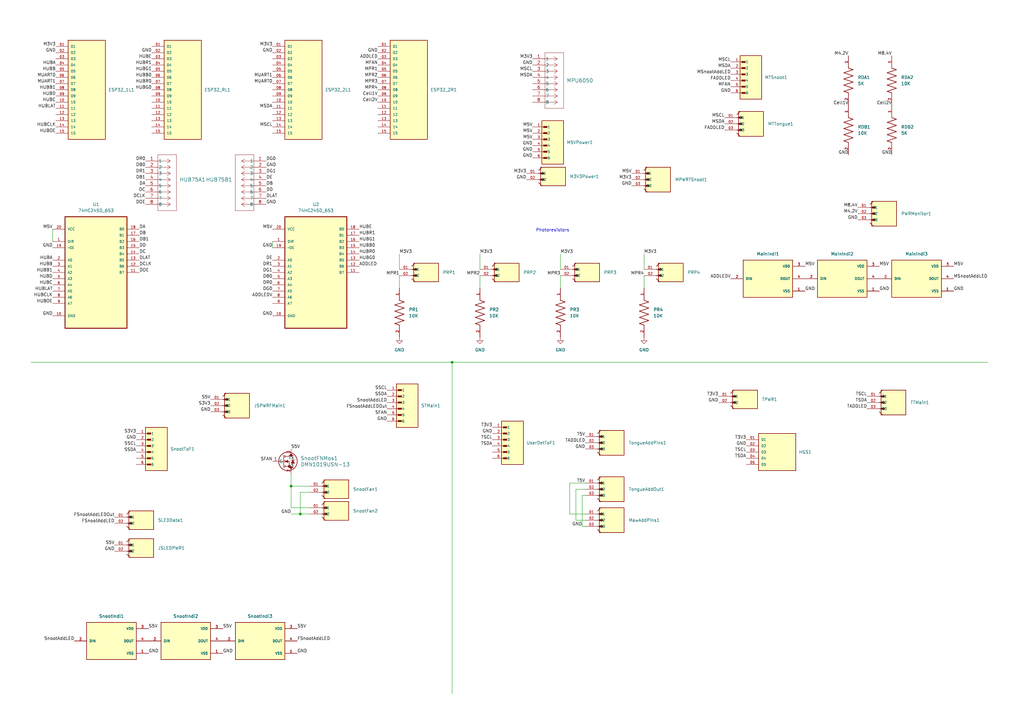
<source format=kicad_sch>
(kicad_sch (version 20230121) (generator eeschema)
  (paper "A3")
  (lib_symbols
    (symbol "1655:1655" (pin_names (offset 1.016))
      (property "Reference" "D" (at -10.1621 8.8923 0))
      (property "Value" "1655" (at -10.16 -8.89 0))
      (symbol "1655_0_0"
        (rectangle (start -10.16 -7.62) (end 10.16 7.62) (stroke (width 0.254)) (fill (type background)))
        (pin power_in line (at 15.24 -5.08 180) (length 5.08) (name "VSS") (number "1"))
        (pin input line (at -15.24 0 0) (length 5.08) (name "DIN") (number "2"))
        (pin power_in line (at 15.24 5.08 180) (length 5.08) (name "VDD") (number "3"))
        (pin output line (at 15.24 0 180) (length 5.08) (name "DOUT") (number "4"))
      )
    )
    (symbol "2024-06-11_08-37-16:61300811121" (pin_names (offset 0.254))
      (property "Reference" "J" (at 8.89 6.35 0))
      (property "Value" "61300811121" (at 0 0 0))
      (symbol "61300811121_1_1"
        (polyline (pts (xy 5.08 -20.32) (xy 12.7 -20.32)) (stroke (width 0.127)))
        (polyline (pts (xy 5.08 2.54) (xy 5.08 -20.32)) (stroke (width 0.127)))
        (polyline (pts (xy 10.16 -17.78) (xy 5.08 -17.78)) (stroke (width 0.127)))
        (polyline (pts (xy 10.16 -17.78) (xy 8.89 -18.6267)) (stroke (width 0.127)))
        (polyline (pts (xy 10.16 -17.78) (xy 8.89 -16.9333)) (stroke (width 0.127)))
        (polyline (pts (xy 10.16 -15.24) (xy 5.08 -15.24)) (stroke (width 0.127)))
        (polyline (pts (xy 10.16 -15.24) (xy 8.89 -16.0867)) (stroke (width 0.127)))
        (polyline (pts (xy 10.16 -15.24) (xy 8.89 -14.3933)) (stroke (width 0.127)))
        (polyline (pts (xy 10.16 -12.7) (xy 5.08 -12.7)) (stroke (width 0.127)))
        (polyline (pts (xy 10.16 -12.7) (xy 8.89 -13.5467)) (stroke (width 0.127)))
        (polyline (pts (xy 10.16 -12.7) (xy 8.89 -11.8533)) (stroke (width 0.127)))
        (polyline (pts (xy 10.16 -10.16) (xy 5.08 -10.16)) (stroke (width 0.127)))
        (polyline (pts (xy 10.16 -10.16) (xy 8.89 -11.0067)) (stroke (width 0.127)))
        (polyline (pts (xy 10.16 -10.16) (xy 8.89 -9.3133)) (stroke (width 0.127)))
        (polyline (pts (xy 10.16 -7.62) (xy 5.08 -7.62)) (stroke (width 0.127)))
        (polyline (pts (xy 10.16 -7.62) (xy 8.89 -8.4667)) (stroke (width 0.127)))
        (polyline (pts (xy 10.16 -7.62) (xy 8.89 -6.7733)) (stroke (width 0.127)))
        (polyline (pts (xy 10.16 -5.08) (xy 5.08 -5.08)) (stroke (width 0.127)))
        (polyline (pts (xy 10.16 -5.08) (xy 8.89 -5.9267)) (stroke (width 0.127)))
        (polyline (pts (xy 10.16 -5.08) (xy 8.89 -4.2333)) (stroke (width 0.127)))
        (polyline (pts (xy 10.16 -2.54) (xy 5.08 -2.54)) (stroke (width 0.127)))
        (polyline (pts (xy 10.16 -2.54) (xy 8.89 -3.3867)) (stroke (width 0.127)))
        (polyline (pts (xy 10.16 -2.54) (xy 8.89 -1.6933)) (stroke (width 0.127)))
        (polyline (pts (xy 10.16 0) (xy 5.08 0)) (stroke (width 0.127)))
        (polyline (pts (xy 10.16 0) (xy 8.89 -0.8467)) (stroke (width 0.127)))
        (polyline (pts (xy 10.16 0) (xy 8.89 0.8467)) (stroke (width 0.127)))
        (polyline (pts (xy 12.7 -20.32) (xy 12.7 2.54)) (stroke (width 0.127)))
        (polyline (pts (xy 12.7 2.54) (xy 5.08 2.54)) (stroke (width 0.127)))
        (pin unspecified line (at 0 0 0) (length 5.08) (name "1") (number "1"))
        (pin unspecified line (at 0 -2.54 0) (length 5.08) (name "2") (number "2"))
        (pin unspecified line (at 0 -5.08 0) (length 5.08) (name "3") (number "3"))
        (pin unspecified line (at 0 -7.62 0) (length 5.08) (name "4") (number "4"))
        (pin unspecified line (at 0 -10.16 0) (length 5.08) (name "5") (number "5"))
        (pin unspecified line (at 0 -12.7 0) (length 5.08) (name "6") (number "6"))
        (pin unspecified line (at 0 -15.24 0) (length 5.08) (name "7") (number "7"))
        (pin unspecified line (at 0 -17.78 0) (length 5.08) (name "8") (number "8"))
      )
      (symbol "61300811121_1_2"
        (polyline (pts (xy 5.08 -20.32) (xy 12.7 -20.32)) (stroke (width 0.127)))
        (polyline (pts (xy 5.08 2.54) (xy 5.08 -20.32)) (stroke (width 0.127)))
        (polyline (pts (xy 7.62 -17.78) (xy 5.08 -17.78)) (stroke (width 0.127)))
        (polyline (pts (xy 7.62 -17.78) (xy 8.89 -18.6267)) (stroke (width 0.127)))
        (polyline (pts (xy 7.62 -17.78) (xy 8.89 -16.9333)) (stroke (width 0.127)))
        (polyline (pts (xy 7.62 -15.24) (xy 5.08 -15.24)) (stroke (width 0.127)))
        (polyline (pts (xy 7.62 -15.24) (xy 8.89 -16.0867)) (stroke (width 0.127)))
        (polyline (pts (xy 7.62 -15.24) (xy 8.89 -14.3933)) (stroke (width 0.127)))
        (polyline (pts (xy 7.62 -12.7) (xy 5.08 -12.7)) (stroke (width 0.127)))
        (polyline (pts (xy 7.62 -12.7) (xy 8.89 -13.5467)) (stroke (width 0.127)))
        (polyline (pts (xy 7.62 -12.7) (xy 8.89 -11.8533)) (stroke (width 0.127)))
        (polyline (pts (xy 7.62 -10.16) (xy 5.08 -10.16)) (stroke (width 0.127)))
        (polyline (pts (xy 7.62 -10.16) (xy 8.89 -11.0067)) (stroke (width 0.127)))
        (polyline (pts (xy 7.62 -10.16) (xy 8.89 -9.3133)) (stroke (width 0.127)))
        (polyline (pts (xy 7.62 -7.62) (xy 5.08 -7.62)) (stroke (width 0.127)))
        (polyline (pts (xy 7.62 -7.62) (xy 8.89 -8.4667)) (stroke (width 0.127)))
        (polyline (pts (xy 7.62 -7.62) (xy 8.89 -6.7733)) (stroke (width 0.127)))
        (polyline (pts (xy 7.62 -5.08) (xy 5.08 -5.08)) (stroke (width 0.127)))
        (polyline (pts (xy 7.62 -5.08) (xy 8.89 -5.9267)) (stroke (width 0.127)))
        (polyline (pts (xy 7.62 -5.08) (xy 8.89 -4.2333)) (stroke (width 0.127)))
        (polyline (pts (xy 7.62 -2.54) (xy 5.08 -2.54)) (stroke (width 0.127)))
        (polyline (pts (xy 7.62 -2.54) (xy 8.89 -3.3867)) (stroke (width 0.127)))
        (polyline (pts (xy 7.62 -2.54) (xy 8.89 -1.6933)) (stroke (width 0.127)))
        (polyline (pts (xy 7.62 0) (xy 5.08 0)) (stroke (width 0.127)))
        (polyline (pts (xy 7.62 0) (xy 8.89 -0.8467)) (stroke (width 0.127)))
        (polyline (pts (xy 7.62 0) (xy 8.89 0.8467)) (stroke (width 0.127)))
        (polyline (pts (xy 12.7 -20.32) (xy 12.7 2.54)) (stroke (width 0.127)))
        (polyline (pts (xy 12.7 2.54) (xy 5.08 2.54)) (stroke (width 0.127)))
        (pin unspecified line (at 0 0 0) (length 5.08) (name "1") (number "1"))
        (pin unspecified line (at 0 -2.54 0) (length 5.08) (name "2") (number "2"))
        (pin unspecified line (at 0 -5.08 0) (length 5.08) (name "3") (number "3"))
        (pin unspecified line (at 0 -7.62 0) (length 5.08) (name "4") (number "4"))
        (pin unspecified line (at 0 -10.16 0) (length 5.08) (name "5") (number "5"))
        (pin unspecified line (at 0 -12.7 0) (length 5.08) (name "6") (number "6"))
        (pin unspecified line (at 0 -15.24 0) (length 5.08) (name "7") (number "7"))
        (pin unspecified line (at 0 -17.78 0) (length 5.08) (name "8") (number "8"))
      )
    )
    (symbol "61300211121:61300211121" (pin_names (offset 1.016))
      (property "Reference" "J" (at -5.58 5.08 0))
      (property "Value" "61300211121" (at -5.08 -5.08 0))
      (symbol "61300211121_0_0"
        (rectangle (start -4.445 -0.3175) (end -2.8575 0.3175) (stroke (width 0.1)) (fill (type outline)))
        (rectangle (start -4.445 2.2225) (end -2.8575 2.8575) (stroke (width 0.1)) (fill (type outline)))
        (rectangle (start -4.2863 -2.54) (end 5.8738 5.08) (stroke (width 0.254)) (fill (type background)))
        (polyline (pts (xy -5.08 -1.27) (xy -3.81 -2.54)) (stroke (width 0.254)))
        (polyline (pts (xy -5.08 0) (xy -3.175 0)) (stroke (width 0.254)))
        (polyline (pts (xy -5.08 2.54) (xy -3.175 2.54)) (stroke (width 0.254)))
        (polyline (pts (xy -5.08 3.81) (xy -3.81 5.08)) (stroke (width 0.254)))
        (pin passive line (at -10.16 2.54 0) (length 5.08) (name "01") (number "01"))
        (pin passive line (at -10.16 0 0) (length 5.08) (name "02") (number "02"))
      )
    )
    (symbol "61300311121:61300311121" (pin_names (offset 1.016))
      (property "Reference" "J" (at -5.58 5.08 0))
      (property "Value" "61300311121" (at -5.08 -7.62 0))
      (symbol "61300311121_0_0"
        (rectangle (start -4.445 -2.8575) (end -2.8575 -2.2225) (stroke (width 0.1)) (fill (type outline)))
        (rectangle (start -4.445 -0.3175) (end -2.8575 0.3175) (stroke (width 0.1)) (fill (type outline)))
        (rectangle (start -4.445 2.2225) (end -2.8575 2.8575) (stroke (width 0.1)) (fill (type outline)))
        (rectangle (start -4.3996 -5.08) (end 5.7604 5.08) (stroke (width 0.254)) (fill (type background)))
        (polyline (pts (xy -5.08 -3.81) (xy -3.81 -5.08)) (stroke (width 0.254)))
        (polyline (pts (xy -5.08 -2.54) (xy -3.175 -2.54)) (stroke (width 0.254)))
        (polyline (pts (xy -5.08 0) (xy -3.175 0)) (stroke (width 0.254)))
        (polyline (pts (xy -5.08 2.54) (xy -3.175 2.54)) (stroke (width 0.254)))
        (polyline (pts (xy -5.08 3.81) (xy -3.81 5.08)) (stroke (width 0.254)))
        (pin passive line (at -10.16 2.54 0) (length 5.08) (name "01") (number "01"))
        (pin passive line (at -10.16 0 0) (length 5.08) (name "02") (number "02"))
        (pin passive line (at -10.16 -2.54 0) (length 5.08) (name "03") (number "03"))
      )
    )
    (symbol "68000-206HLF:68000-206HLF" (pin_names (offset 1.016))
      (property "Reference" "J" (at -2.54 8.382 0))
      (property "Value" "68000-206HLF" (at -2.54 -12.7 0))
      (symbol "68000-206HLF_0_0"
        (rectangle (start -3.81 -10.16) (end 5.08 7.62) (stroke (width 0.254)) (fill (type background)))
        (rectangle (start -3.175 -7.9375) (end -1.5875 -7.3025) (stroke (width 0.1)) (fill (type outline)))
        (rectangle (start -3.175 -5.3975) (end -1.5875 -4.7625) (stroke (width 0.1)) (fill (type outline)))
        (rectangle (start -3.175 -2.8575) (end -1.5875 -2.2225) (stroke (width 0.1)) (fill (type outline)))
        (rectangle (start -3.175 -0.3175) (end -1.5875 0.3175) (stroke (width 0.1)) (fill (type outline)))
        (rectangle (start -3.175 2.2225) (end -1.5875 2.8575) (stroke (width 0.1)) (fill (type outline)))
        (rectangle (start -3.175 4.7625) (end -1.5875 5.3975) (stroke (width 0.1)) (fill (type outline)))
        (pin passive line (at -7.62 5.08 0) (length 5.08) (name "1") (number "1"))
        (pin passive line (at -7.62 2.54 0) (length 5.08) (name "2") (number "2"))
        (pin passive line (at -7.62 0 0) (length 5.08) (name "3") (number "3"))
        (pin passive line (at -7.62 -2.54 0) (length 5.08) (name "4") (number "4"))
        (pin passive line (at -7.62 -5.08 0) (length 5.08) (name "5") (number "5"))
        (pin passive line (at -7.62 -7.62 0) (length 5.08) (name "6") (number "6"))
      )
    )
    (symbol "74HC245D:74HC245D_653" (pin_names (offset 1.016))
      (property "Reference" "U" (at -5.2668 23.0009 0))
      (property "Value" "74HC245D_653" (at -3.5598 -29.597 0))
      (symbol "74HC245D_653_0_0"
        (rectangle (start -12.7 -25.4) (end 12.7 20.32) (stroke (width 0.4064)) (fill (type background)))
        (pin input line (at -17.78 10.16 0) (length 5.08) (name "DIR") (number "1"))
        (pin passive line (at -17.78 -20.32 0) (length 5.08) (name "GND") (number "10"))
        (pin bidirectional line (at 17.78 -2.54 180) (length 5.08) (name "B7") (number "11"))
        (pin bidirectional line (at 17.78 0 180) (length 5.08) (name "B6") (number "12"))
        (pin bidirectional line (at 17.78 2.54 180) (length 5.08) (name "B5") (number "13"))
        (pin bidirectional line (at 17.78 5.08 180) (length 5.08) (name "B4") (number "14"))
        (pin bidirectional line (at 17.78 7.62 180) (length 5.08) (name "B3") (number "15"))
        (pin bidirectional line (at 17.78 10.16 180) (length 5.08) (name "B2") (number "16"))
        (pin bidirectional line (at 17.78 12.7 180) (length 5.08) (name "B1") (number "17"))
        (pin bidirectional line (at 17.78 15.24 180) (length 5.08) (name "B0") (number "18"))
        (pin input line (at -17.78 7.62 0) (length 5.08) (name "~OE") (number "19"))
        (pin bidirectional line (at -17.78 2.54 0) (length 5.08) (name "A0") (number "2"))
        (pin power_in line (at -17.78 15.24 0) (length 5.08) (name "VCC") (number "20"))
        (pin bidirectional line (at -17.78 0 0) (length 5.08) (name "A1") (number "3"))
        (pin bidirectional line (at -17.78 -2.54 0) (length 5.08) (name "A2") (number "4"))
        (pin bidirectional line (at -17.78 -5.08 0) (length 5.08) (name "A3") (number "5"))
        (pin bidirectional line (at -17.78 -7.62 0) (length 5.08) (name "A4") (number "6"))
        (pin bidirectional line (at -17.78 -10.16 0) (length 5.08) (name "A5") (number "7"))
        (pin bidirectional line (at -17.78 -12.7 0) (length 5.08) (name "A6") (number "8"))
        (pin bidirectional line (at -17.78 -15.24 0) (length 5.08) (name "A7") (number "9"))
      )
    )
    (symbol "AO3422:AO3422" (pin_names (offset 0.254))
      (property "Reference" "Q" (at 11.43 1.905 0))
      (property "Value" "AO3422" (at 11.43 -2.54 0))
      (symbol "AO3422_0_1"
        (polyline (pts (xy 2.54 0) (xy 4.445 0)) (stroke (width 0.2032)))
        (polyline (pts (xy 4.572 -2.54) (xy 4.572 2.54)) (stroke (width 0.2032)))
        (polyline (pts (xy 5.08 -2.54) (xy 5.08 -1.524)) (stroke (width 0.2032)))
        (polyline (pts (xy 5.08 -2.032) (xy 6.858 -2.032)) (stroke (width 0.2032)))
        (polyline (pts (xy 5.08 -0.508) (xy 5.08 0.508)) (stroke (width 0.2032)))
        (polyline (pts (xy 5.08 1.524) (xy 5.08 2.54)) (stroke (width 0.2032)))
        (polyline (pts (xy 5.08 2.032) (xy 6.858 2.032)) (stroke (width 0.2032)))
        (polyline (pts (xy 6.35 0) (xy 6.858 0)) (stroke (width 0.2032)))
        (polyline (pts (xy 6.858 -2.54) (xy 6.858 0)) (stroke (width 0.2032)))
        (polyline (pts (xy 6.858 -2.54) (xy 8.382 -2.54)) (stroke (width 0.2032)))
        (polyline (pts (xy 6.858 2.032) (xy 6.858 2.54)) (stroke (width 0.2032)))
        (polyline (pts (xy 6.858 2.54) (xy 8.382 2.54)) (stroke (width 0.2032)))
        (polyline (pts (xy 8.382 -2.54) (xy 8.382 -0.762)) (stroke (width 0.2032)))
        (polyline (pts (xy 8.382 0.508) (xy 8.382 2.54)) (stroke (width 0.2032)))
        (polyline (pts (xy 9.144 0.508) (xy 7.62 0.508)) (stroke (width 0.2032)))
        (polyline (pts (xy 6.35 0.508) (xy 5.08 0) (xy 6.35 -0.508)) (fill (type outline)))
        (polyline (pts (xy 9.144 -0.762) (xy 7.62 -0.762) (xy 8.382 0.508)) (fill (type outline)))
        (circle (center 6.35 0) (radius 3.81) (stroke (width 0.254)))
        (circle (center 6.858 -2.032) (radius 0.0254) (stroke (width 0.508)))
        (circle (center 7.62 -2.54) (radius 0.0254) (stroke (width 0.508)))
        (circle (center 7.62 2.54) (radius 0.0254) (stroke (width 0.508)))
        (pin unspecified line (at 0 0 0) (length 2.54) (name "G") (number "1"))
        (pin unspecified line (at 7.62 -5.08 90) (length 2.54) (name "S") (number "2"))
        (pin unspecified line (at 7.62 5.08 270) (length 2.54) (name "D") (number "3"))
      )
    )
    (symbol "CRCW08055K00JNTA:CRCW08055K00JNTA" (pin_names (offset 1.016))
      (property "Reference" "R" (at -7.6244 2.5415 0))
      (property "Value" "CRCW08055K00JNTA" (at -7.63 -5.0866 0))
      (symbol "CRCW08055K00JNTA_0_0"
        (polyline (pts (xy -5.08 0) (xy -4.445 1.905)) (stroke (width 0.254)))
        (polyline (pts (xy -4.445 1.905) (xy -3.175 -1.905)) (stroke (width 0.254)))
        (polyline (pts (xy -3.175 -1.905) (xy -1.905 1.905)) (stroke (width 0.254)))
        (polyline (pts (xy -1.905 1.905) (xy -0.635 -1.905)) (stroke (width 0.254)))
        (polyline (pts (xy -0.635 -1.905) (xy 0.635 1.905)) (stroke (width 0.254)))
        (polyline (pts (xy 0.635 1.905) (xy 1.905 -1.905)) (stroke (width 0.254)))
        (polyline (pts (xy 1.905 -1.905) (xy 3.175 1.905)) (stroke (width 0.254)))
        (polyline (pts (xy 3.175 1.905) (xy 4.445 -1.905)) (stroke (width 0.254)))
        (polyline (pts (xy 4.445 -1.905) (xy 5.08 0)) (stroke (width 0.254)))
        (pin passive line (at -10.16 0 0) (length 5.08) (name "~") (number "1"))
        (pin passive line (at 10.16 0 180) (length 5.08) (name "~") (number "2"))
      )
    )
    (symbol "ERJ6ENF2002V:ERJ6ENF2002V" (pin_names (offset 1.016))
      (property "Reference" "R" (at -7.624 2.541 0))
      (property "Value" "ERJ6ENF2002V" (at -7.624 -5.087 0))
      (symbol "ERJ6ENF2002V_0_0"
        (polyline (pts (xy -5.08 0) (xy -4.445 1.905)) (stroke (width 0.254)))
        (polyline (pts (xy -4.445 1.905) (xy -3.175 -1.905)) (stroke (width 0.254)))
        (polyline (pts (xy -3.175 -1.905) (xy -1.905 1.905)) (stroke (width 0.254)))
        (polyline (pts (xy -1.905 1.905) (xy -0.635 -1.905)) (stroke (width 0.254)))
        (polyline (pts (xy -0.635 -1.905) (xy 0.635 1.905)) (stroke (width 0.254)))
        (polyline (pts (xy 0.635 1.905) (xy 1.905 -1.905)) (stroke (width 0.254)))
        (polyline (pts (xy 1.905 -1.905) (xy 3.175 1.905)) (stroke (width 0.254)))
        (polyline (pts (xy 3.175 1.905) (xy 4.445 -1.905)) (stroke (width 0.254)))
        (polyline (pts (xy 4.445 -1.905) (xy 5.08 0)) (stroke (width 0.254)))
        (pin passive line (at -10.16 0 0) (length 5.08) (name "~") (number "1"))
        (pin passive line (at 10.16 0 180) (length 5.08) (name "~") (number "2"))
      )
    )
    (symbol "MTSW-115-07-L-S-135:MTSW-115-07-L-S-135" (pin_names (offset 1.016))
      (property "Reference" "J" (at -8.12 20.32 0))
      (property "Value" "MTSW-115-07-L-S-135" (at -7.62 -22.86 0))
      (symbol "MTSW-115-07-L-S-135_0_0"
        (rectangle (start -7.62 -20.32) (end 7.62 20.32) (stroke (width 0.254)) (fill (type background)))
        (pin passive line (at -12.7 17.78 0) (length 5.08) (name "01") (number "01"))
        (pin passive line (at -12.7 15.24 0) (length 5.08) (name "02") (number "02"))
        (pin passive line (at -12.7 12.7 0) (length 5.08) (name "03") (number "03"))
        (pin passive line (at -12.7 10.16 0) (length 5.08) (name "04") (number "04"))
        (pin passive line (at -12.7 7.62 0) (length 5.08) (name "05") (number "05"))
        (pin passive line (at -12.7 5.08 0) (length 5.08) (name "06") (number "06"))
        (pin passive line (at -12.7 2.54 0) (length 5.08) (name "07") (number "07"))
        (pin passive line (at -12.7 0 0) (length 5.08) (name "08") (number "08"))
        (pin passive line (at -12.7 -2.54 0) (length 5.08) (name "09") (number "09"))
        (pin passive line (at -12.7 -5.08 0) (length 5.08) (name "10") (number "10"))
        (pin passive line (at -12.7 -7.62 0) (length 5.08) (name "11") (number "11"))
        (pin passive line (at -12.7 -10.16 0) (length 5.08) (name "12") (number "12"))
        (pin passive line (at -12.7 -12.7 0) (length 5.08) (name "13") (number "13"))
        (pin passive line (at -12.7 -15.24 0) (length 5.08) (name "14") (number "14"))
        (pin passive line (at -12.7 -17.78 0) (length 5.08) (name "15") (number "15"))
      )
    )
    (symbol "RC0805FR-0710KL:RC0805FR-0710KL" (pin_names (offset 1.016))
      (property "Reference" "R" (at -7.6244 2.5415 0))
      (property "Value" "RC0805FR-0710KL" (at -7.63 -5.0866 0))
      (symbol "RC0805FR-0710KL_0_0"
        (polyline (pts (xy -5.08 0) (xy -4.445 1.905)) (stroke (width 0.254)))
        (polyline (pts (xy -4.445 1.905) (xy -3.175 -1.905)) (stroke (width 0.254)))
        (polyline (pts (xy -3.175 -1.905) (xy -1.905 1.905)) (stroke (width 0.254)))
        (polyline (pts (xy -1.905 1.905) (xy -0.635 -1.905)) (stroke (width 0.254)))
        (polyline (pts (xy -0.635 -1.905) (xy 0.635 1.905)) (stroke (width 0.254)))
        (polyline (pts (xy 0.635 1.905) (xy 1.905 -1.905)) (stroke (width 0.254)))
        (polyline (pts (xy 1.905 -1.905) (xy 3.175 1.905)) (stroke (width 0.254)))
        (polyline (pts (xy 3.175 1.905) (xy 4.445 -1.905)) (stroke (width 0.254)))
        (polyline (pts (xy 4.445 -1.905) (xy 5.08 0)) (stroke (width 0.254)))
        (pin passive line (at -10.16 0 0) (length 5.08) (name "~") (number "1"))
        (pin passive line (at 10.16 0 180) (length 5.08) (name "~") (number "2"))
      )
    )
    (symbol "TSW-105-07-F-S:TSW-105-07-F-S" (pin_names (offset 1.016))
      (property "Reference" "J" (at -8.12 7.62 0))
      (property "Value" "TSW-105-07-F-S" (at -7.62 -10.16 0))
      (symbol "TSW-105-07-F-S_0_0"
        (rectangle (start -7.62 -7.62) (end 7.62 7.62) (stroke (width 0.254)) (fill (type background)))
        (pin passive line (at -12.7 5.08 0) (length 5.08) (name "01") (number "01"))
        (pin passive line (at -12.7 2.54 0) (length 5.08) (name "02") (number "02"))
        (pin passive line (at -12.7 0 0) (length 5.08) (name "03") (number "03"))
        (pin passive line (at -12.7 -2.54 0) (length 5.08) (name "04") (number "04"))
        (pin passive line (at -12.7 -5.08 0) (length 5.08) (name "05") (number "05"))
      )
    )
    (symbol "power:GND" (power) (pin_names (offset 0))
      (property "Value" "GND" (at 0 -3.81 0))
      (symbol "GND_0_1"
        (polyline (pts (xy 0 0) (xy 0 -1.27) (xy 1.27 -1.27) (xy 0 -2.54) (xy -1.27 -1.27) (xy 0 -1.27)))
      )
      (symbol "GND_1_1"
        (pin power_in line (at 0 0 270) (length 0) hide (name "GND") (number "1"))
      )
    )
  )
  (junction (at 119.38 199.39))
  (junction (at 123.19 210.82))
  (junction (at 185.42 148.59))
  (wire (pts (xy 12.7 148.59) (xy 185.42 148.59)))
  (wire (pts (xy 127 201.93) (xy 123.19 201.93)))
  (wire (pts (xy 119.38 210.82) (xy 123.19 210.82)))
  (wire (pts (xy 236.22 200.66) (xy 236.22 213.36)))
  (wire (pts (xy 119.38 199.39) (xy 127 199.39)))
  (wire (pts (xy 127 208.28) (xy 119.38 208.28)))
  (wire (pts (xy 123.19 210.82) (xy 127 210.82)))
  (wire (pts (xy 233.68 210.82) (xy 240.03 210.82)))
  (wire (pts (xy 119.38 194.31) (xy 119.38 199.39)))
  (wire (pts (xy 111.76 99.06) (xy 111.76 101.6)))
  (wire (pts (xy 233.68 198.12) (xy 233.68 210.82)))
  (wire (pts (xy 238.76 203.2) (xy 238.76 215.9)))
  (wire (pts (xy 264.16 104.14) (xy 264.16 110.49)))
  (wire (pts (xy 229.87 113.03) (xy 229.87 118.11)))
  (wire (pts (xy 123.19 201.93) (xy 123.19 210.82)))
  (wire (pts (xy 196.85 113.03) (xy 196.85 118.11)))
  (wire (pts (xy 185.42 148.59) (xy 185.42 284.48)))
  (wire (pts (xy 119.38 208.28) (xy 119.38 199.39)))
  (wire (pts (xy 163.83 104.14) (xy 163.83 110.49)))
  (wire (pts (xy 163.83 113.03) (xy 163.83 118.11)))
  (wire (pts (xy 240.03 198.12) (xy 233.68 198.12)))
  (wire (pts (xy 196.85 104.14) (xy 196.85 110.49)))
  (wire (pts (xy 264.16 113.03) (xy 264.16 118.11)))
  (wire (pts (xy 240.03 203.2) (xy 238.76 203.2)))
  (wire (pts (xy 21.59 93.98) (xy 21.59 99.06)))
  (wire (pts (xy 238.76 215.9) (xy 240.03 215.9)))
  (wire (pts (xy 229.87 104.14) (xy 229.87 110.49)))
  (wire (pts (xy 240.03 200.66) (xy 236.22 200.66)))
  (wire (pts (xy 185.42 148.59) (xy 405.13 148.59)))
  (wire (pts (xy 236.22 213.36) (xy 240.03 213.36)))
  (text "Photoresistors\n" (at 219.71 95.25 0) (effects (font (size 1.27 1.27)) (justify left bottom)))
  (label "M5V" (at 21.59 93.98 180))
  (label "ADDLEDV" (at 299.72 114.3 180))
  (label "M3V3" (at 264.16 104.14 0))
  (label "S3V3" (at 55.88 177.8 180))
  (label "HUBCLK" (at 21.59 121.92 180))
  (label "S3V3" (at 86.36 166.37 180))
  (label "M5V" (at 218.44 54.61 180))
  (label "GND" (at 218.44 59.69 180))
  (label "HUBLAT" (at 22.86 44.45 180))
  (label "GND" (at 86.36 168.91 180))
  (label "HUBC" (at 22.86 41.91 180))
  (label "SSDA" (at 158.75 162.56 180))
  (label "MPR4" (at 154.94 36.83 180))
  (label "M4.2V" (at 347.98 22.86 180))
  (label "DC" (at 57.15 104.14 0))
  (label "DB1" (at 57.15 99.06 0))
  (label "TADDLED" (at 240.03 181.61 180))
  (label "HUBE" (at 147.32 93.98 0))
  (label "M5V" (at 360.68 109.22 0))
  (label "GND" (at 55.88 180.34 180))
  (label "GND" (at 109.22 83.82 0))
  (label "GND" (at 154.94 21.59 180))
  (label "M5V" (at 259.08 71.12 180))
  (label "M5V" (at 330.2 109.22 0))
  (label "DR0" (at 59.69 66.04 180))
  (label "M3V3" (at 215.9 71.12 180))
  (label "HUBR1" (at 62.23 26.67 180))
  (label "S5V" (at 60.96 257.81 0))
  (label "GND" (at 119.38 210.82 180))
  (label "GND" (at 60.96 267.97 0))
  (label "MSnootAddLED" (at 391.16 114.3 0))
  (label "DCLK" (at 59.69 81.28 180))
  (label "HUBOE" (at 21.59 124.46 180))
  (label "GND" (at 299.72 38.1 180))
  (label "DOE" (at 57.15 111.76 0))
  (label "Cell2V" (at 154.94 41.91 180))
  (label "SFAN" (at 111.76 189.23 180))
  (label "TSCL" (at 201.93 180.34 180))
  (label "GND" (at 21.59 101.6 180))
  (label "FADDLED" (at 297.18 53.34 180))
  (label "GND" (at 109.22 68.58 0))
  (label "HUBE" (at 62.23 24.13 180))
  (label "MSCL" (at 297.18 48.26 180))
  (label "GND" (at 238.76 215.9 180))
  (label "GND" (at 365.76 63.5 180))
  (label "FSnootAddLED" (at 121.92 262.89 0))
  (label "T3V3" (at 201.93 175.26 180))
  (label "HUBOE" (at 22.86 54.61 180))
  (label "SSCL" (at 158.75 160.02 180))
  (label "GND" (at 91.44 267.97 0))
  (label "DG1" (at 111.76 111.76 180))
  (label "S5V" (at 121.92 257.81 0))
  (label "HUBLAT" (at 21.59 119.38 180))
  (label "GND" (at 111.76 101.6 180))
  (label "M5V" (at 218.44 57.15 180))
  (label "HUBB1" (at 21.59 111.76 180))
  (label "GND" (at 46.99 226.06 180))
  (label "FADDLED" (at 299.72 33.02 180))
  (label "GND" (at 111.76 21.59 180))
  (label "HUBG0" (at 62.23 36.83 180))
  (label "DD" (at 57.15 101.6 0))
  (label "S5V" (at 46.99 223.52 180))
  (label "GND" (at 330.2 119.38 0))
  (label "HUBR0" (at 62.23 34.29 180))
  (label "M4.2V" (at 351.79 87.63 180))
  (label "DR1" (at 59.69 71.12 180))
  (label "M3V3" (at 163.83 104.14 0))
  (label "M5V" (at 391.16 109.22 0))
  (label "GND" (at 158.75 172.72 180))
  (label "DOE" (at 59.69 83.82 180))
  (label "HUBB0" (at 62.23 31.75 180))
  (label "HUBCLK" (at 22.86 52.07 180))
  (label "DC" (at 59.69 78.74 180))
  (label "GND" (at 121.92 267.97 0))
  (label "MPR4" (at 264.16 113.03 180))
  (label "GND" (at 22.86 21.59 180))
  (label "GND" (at 360.68 119.38 0))
  (label "DA" (at 57.15 93.98 0))
  (label "GND" (at 294.64 165.1 180))
  (label "GND" (at 21.59 129.54 180))
  (label "S5V" (at 91.44 257.81 0))
  (label "M3V3" (at 229.87 104.14 0))
  (label "MUART1" (at 111.76 31.75 180))
  (label "MPR2" (at 196.85 113.03 180))
  (label "T5V" (at 240.03 179.07 180))
  (label "MSnootAddLED" (at 299.72 30.48 180))
  (label "TSCL" (at 355.6 162.56 180))
  (label "MPR2" (at 154.94 31.75 180))
  (label "MSCL" (at 299.72 25.4 180))
  (label "Cell1V" (at 347.98 43.18 180))
  (label "FSnootAddLEDOut" (at 158.75 167.64 180))
  (label "MUART1" (at 22.86 34.29 180))
  (label "HUBR0" (at 147.32 104.14 0))
  (label "GND" (at 62.23 21.59 180))
  (label "GND" (at 347.98 63.5 180))
  (label "ADDLEDV" (at 111.76 121.92 180))
  (label "TSDA" (at 355.6 165.1 180))
  (label "GND" (at 218.44 62.23 180))
  (label "MPR1" (at 154.94 29.21 180))
  (label "MUART0" (at 111.76 34.29 180))
  (label "MFAN" (at 154.94 26.67 180))
  (label "Cell1V" (at 154.94 39.37 180))
  (label "DCLK" (at 57.15 109.22 0))
  (label "T5V" (at 240.03 198.12 180))
  (label "ADDLED" (at 147.32 109.22 0))
  (label "DB" (at 109.22 76.2 0))
  (label "HUBD" (at 21.59 114.3 180))
  (label "MSDA" (at 218.44 31.75 180))
  (label "GND" (at 218.44 26.67 180))
  (label "SnootAddLED" (at 30.48 262.89 180))
  (label "MSDA" (at 111.76 44.45 180))
  (label "M3V3" (at 218.44 24.13 180))
  (label "GND" (at 351.79 90.17 180))
  (label "GND" (at 306.07 182.88 180))
  (label "MSDA" (at 299.72 27.94 180))
  (label "GND" (at 215.9 73.66 180))
  (label "TADDLED" (at 355.6 167.64 180))
  (label "DB0" (at 59.69 68.58 180))
  (label "DLAT" (at 109.22 81.28 0))
  (label "HUBA" (at 21.59 106.68 180))
  (label "MSCL" (at 111.76 52.07 180))
  (label "S5V" (at 86.36 163.83 180))
  (label "HUBD" (at 22.86 39.37 180))
  (label "MFAN" (at 299.72 35.56 180))
  (label "DLAT" (at 57.15 106.68 0))
  (label "GND" (at 259.08 76.2 180))
  (label "DA" (at 59.69 76.2 180))
  (label "DB0" (at 111.76 114.3 180))
  (label "M3V3" (at 22.86 19.05 180))
  (label "ADDLED" (at 154.94 24.13 180))
  (label "MSDA" (at 297.18 50.8 180))
  (label "SFAN" (at 158.75 170.18 180))
  (label "HUBA" (at 22.86 26.67 180))
  (label "DG1" (at 109.22 71.12 0))
  (label "GND" (at 240.03 184.15 180))
  (label "T3V3" (at 306.07 180.34 180))
  (label "MPR3" (at 229.87 113.03 180))
  (label "MSCL" (at 218.44 29.21 180))
  (label "DE" (at 111.76 106.68 180))
  (label "M5V" (at 218.44 52.07 180))
  (label "DB" (at 57.15 96.52 0))
  (label "SSCL" (at 55.88 182.88 180))
  (label "TSDA" (at 201.93 182.88 180))
  (label "HUBG1" (at 147.32 99.06 0))
  (label "HUBC" (at 21.59 116.84 180))
  (label "DE" (at 109.22 73.66 0))
  (label "M5V" (at 111.76 93.98 180))
  (label "TSCL" (at 306.07 185.42 180))
  (label "M3V3" (at 111.76 19.05 180))
  (label "MPR1" (at 163.83 113.03 180))
  (label "S5V" (at 119.38 184.15 0))
  (label "HUBB1" (at 22.86 36.83 180))
  (label "M3V3" (at 259.08 73.66 180))
  (label "M8.4V" (at 365.76 22.86 180))
  (label "FSnootAddLED" (at 46.99 214.63 180))
  (label "GND" (at 111.76 129.54 180))
  (label "DB1" (at 59.69 73.66 180))
  (label "M8.4V" (at 351.79 85.09 180))
  (label "HUBB" (at 21.59 109.22 180))
  (label "HUBR1" (at 147.32 96.52 0))
  (label "DD" (at 109.22 78.74 0))
  (label "M3V3" (at 196.85 104.14 0))
  (label "DR0" (at 111.76 116.84 180))
  (label "SSDA" (at 55.88 185.42 180))
  (label "MPR3" (at 154.94 34.29 180))
  (label "GND" (at 391.16 119.38 0))
  (label "GND" (at 218.44 64.77 180))
  (label "DG0" (at 111.76 119.38 180))
  (label "HUBG1" (at 62.23 29.21 180))
  (label "GND" (at 201.93 177.8 180))
  (label "TSDA" (at 306.07 187.96 180))
  (label "DR1" (at 111.76 109.22 180))
  (label "MUART0" (at 22.86 31.75 180))
  (label "FSnootAddLEDOut" (at 46.99 212.09 180))
  (label "HUBB" (at 22.86 29.21 180))
  (label "T3V3" (at 294.64 162.56 180))
  (label "DG0" (at 109.22 66.04 0))
  (label "Cell2V" (at 365.76 43.18 180))
  (label "HUBG0" (at 147.32 106.68 0))
  (label "HUBB0" (at 147.32 101.6 0))
  (label "SnootAddLED" (at 158.75 165.1 180))
  (symbol (lib_id "CRCW08055K00JNTA:CRCW08055K00JNTA") (at 347.98 33.02 270) (unit 1)
    (property "Reference" "RDA1" (at 351.79 31.75 90) (effects (justify left)))
    (property "Value" "5K" (at 351.79 34.29 90) (effects (justify left)))
    (property "Footprint" "CRCW08055K00JNTA:RESC2012X50N" (effects hide))
  )
  (symbol (lib_id "power:GND") (at 163.83 138.43 0) (unit 1)
    (property "Reference" "#PWR05" (effects hide))
    (property "Value" "GND" (at 163.83 143.51 0))
  )
  (symbol (lib_id "61300211121:61300211121") (at 137.16 210.82 0) (unit 1)
    (property "Reference" "SnootFan2" (at 144.78 209.55 0) (effects (justify left)))
    (property "Value" "61300211121" (effects hide))
    (property "Footprint" "61300211121:WURTH_61300211121" (effects hide))
    (property "PARTREV" "07/31/2015" (effects hide))
    (property "STANDARD" "Manufacturer Recommendations" (effects hide))
    (property "MANUFACTURER" "Wurth Elektronik" (effects hide))
  )
  (symbol (lib_id "power:GND") (at 196.85 138.43 0) (unit 1)
    (property "Reference" "#PWR06" (effects hide))
    (property "Value" "GND" (at 196.85 143.51 0))
  )
  (symbol (lib_id "2024-06-11_08-37-16:61300811121") (at 218.44 24.13 0) (unit 1)
    (property "Reference" "MPU6050" (at 232.41 33.02 0) (effects (font (size 1.524 1.524)) (justify left)))
    (property "Value" "61300811121" (effects hide))
    (property "Footprint" "2024-06-11_08-37-16:CONN8_61300811121_WRE" (effects hide))
    (property "Datasheet" "61300811121" (effects hide))
  )
  (symbol (lib_id "61300311121:61300311121") (at 250.19 200.66 0) (unit 1)
    (property "Reference" "TongueAddOut1" (at 257.81 200.66 0) (effects (justify left)))
    (property "Value" "61300311121" (effects hide))
    (property "Footprint" "61300311121:WURTH_61300311121" (effects hide))
    (property "PARTREV" "07/31/2015" (effects hide))
    (property "STANDARD" "Manufacturer Recommendations" (effects hide))
    (property "MANUFACTURER" "Wurth Elektronik" (effects hide))
  )
  (symbol (lib_id "61300311121:61300311121") (at 365.76 165.1 0) (unit 1)
    (property "Reference" "TTMain1" (at 373.38 165.1 0) (effects (justify left)))
    (property "Value" "61300311121" (effects hide))
    (property "Footprint" "61300311121:WURTH_61300311121" (effects hide))
    (property "PARTREV" "07/31/2015" (effects hide))
    (property "STANDARD" "Manufacturer Recommendations" (effects hide))
    (property "MANUFACTURER" "Wurth Elektronik" (effects hide))
  )
  (symbol (lib_id "RC0805FR-0710KL:RC0805FR-0710KL") (at 347.98 53.34 270) (unit 1)
    (property "Reference" "RDB1" (at 351.79 52.07 90) (effects (justify left)))
    (property "Value" "10K" (at 351.79 54.61 90) (effects (justify left)))
    (property "Footprint" "RC0805FR-0710KL:RESC2012X60N" (effects hide))
  )
  (symbol (lib_id "61300211121:61300211121") (at 207.01 113.03 0) (unit 1)
    (property "Reference" "PRP2" (at 214.63 111.76 0) (effects (justify left)))
    (property "Value" "61300211121" (effects hide))
    (property "Footprint" "61300211121:WURTH_61300211121" (effects hide))
    (property "PARTREV" "07/31/2015" (effects hide))
    (property "STANDARD" "Manufacturer Recommendations" (effects hide))
    (property "MANUFACTURER" "Wurth Elektronik" (effects hide))
  )
  (symbol (lib_id "1655:1655") (at 76.2 262.89 0) (unit 1)
    (property "Reference" "SnootIndi2" (at 76.2 252.73 0))
    (property "Value" "1655" (effects hide))
    (property "Footprint" "1655:LED_1655" (effects hide))
    (property "PARTREV" "01" (effects hide))
    (property "MANUFACTURER" "Adafruit Industries" (effects hide))
    (property "MAXIMUM_PACKAGE_HEIGHT" "1.6 mm" (effects hide))
    (property "STANDARD" "Manufacturer recommendations" (effects hide))
  )
  (symbol (lib_id "MTSW-115-07-L-S-135:MTSW-115-07-L-S-135") (at 35.56 36.83 0) (unit 1)
    (property "Reference" "ESP32_1L1" (at 44.45 36.83 0) (effects (justify left)))
    (property "Value" "MTSW-115-07-L-S-135" (effects hide))
    (property "Footprint" "MTSW-115-07-L-S-135:SAMTEC_MTSW-115-07-L-S-135" (effects hide))
    (property "PARTREV" "R" (effects hide))
    (property "MANUFACTURER" "Samtec" (effects hide))
    (property "STANDARD" "Manufacturer Recommendations" (effects hide))
  )
  (symbol (lib_id "power:GND") (at 264.16 138.43 0) (unit 1)
    (property "Reference" "#PWR08" (effects hide))
    (property "Value" "GND" (at 264.16 143.51 0))
  )
  (symbol (lib_id "TSW-105-07-F-S:TSW-105-07-F-S") (at 318.77 185.42 0) (unit 1)
    (property "Reference" "HGS1" (at 327.66 185.42 0) (effects (justify left)))
    (property "Value" "TSW-105-07-F-S" (effects hide))
    (property "Footprint" "TSW-105-07-F-S:SAMTEC_TSW-105-07-F-S" (effects hide))
    (property "PARTREV" "R" (effects hide))
    (property "STANDARD" "Manufacturer Recommendations" (effects hide))
    (property "MANUFACTURER" "Samtec" (effects hide))
  )
  (symbol (lib_id "61300311121:61300311121") (at 250.19 181.61 0) (unit 1)
    (property "Reference" "TongueAddPins1" (at 257.81 181.61 0) (effects (justify left)))
    (property "Value" "61300311121" (effects hide))
    (property "Footprint" "61300311121:WURTH_61300311121" (effects hide))
    (property "PARTREV" "07/31/2015" (effects hide))
    (property "STANDARD" "Manufacturer Recommendations" (effects hide))
    (property "MANUFACTURER" "Wurth Elektronik" (effects hide))
  )
  (symbol (lib_id "MTSW-115-07-L-S-135:MTSW-115-07-L-S-135") (at 74.93 36.83 0) (unit 1)
    (property "Reference" "ESP32_RL1" (at 83.82 36.83 0) (effects (justify left)))
    (property "Value" "MTSW-115-07-L-S-135" (effects hide))
    (property "Footprint" "MTSW-115-07-L-S-135:SAMTEC_MTSW-115-07-L-S-135" (effects hide))
    (property "PARTREV" "R" (effects hide))
    (property "MANUFACTURER" "Samtec" (effects hide))
    (property "STANDARD" "Manufacturer Recommendations" (effects hide))
  )
  (symbol (lib_id "61300211121:61300211121") (at 304.8 165.1 0) (unit 1)
    (property "Reference" "TPWR1" (at 312.42 163.83 0) (effects (justify left)))
    (property "Value" "61300211121" (effects hide))
    (property "Footprint" "61300211121:WURTH_61300211121" (effects hide))
    (property "PARTREV" "07/31/2015" (effects hide))
    (property "STANDARD" "Manufacturer Recommendations" (effects hide))
    (property "MANUFACTURER" "Wurth Elektronik" (effects hide))
  )
  (symbol (lib_id "2024-06-11_08-37-16:61300811121") (at 109.22 66.04 0) (mirror y) (unit 1)
    (property "Reference" "HUB75B1" (at 95.25 73.66 0) (effects (font (size 1.524 1.524)) (justify left)))
    (property "Value" "61300811121" (effects hide))
    (property "Footprint" "2024-06-11_08-37-16:CONN8_61300811121_WRE" (effects hide))
    (property "Datasheet" "61300811121" (effects hide))
  )
  (symbol (lib_id "1655:1655") (at 106.68 262.89 0) (unit 1)
    (property "Reference" "SnootIndi3" (at 106.68 252.73 0))
    (property "Value" "1655" (effects hide))
    (property "Footprint" "1655:LED_1655" (effects hide))
    (property "PARTREV" "01" (effects hide))
    (property "MANUFACTURER" "Adafruit Industries" (effects hide))
    (property "MAXIMUM_PACKAGE_HEIGHT" "1.6 mm" (effects hide))
    (property "STANDARD" "Manufacturer recommendations" (effects hide))
  )
  (symbol (lib_id "ERJ6ENF2002V:ERJ6ENF2002V") (at 264.16 128.27 270) (unit 1)
    (property "Reference" "PR4" (at 267.97 127 90) (effects (justify left)))
    (property "Value" "10K" (at 267.97 129.54 90) (effects (justify left)))
    (property "Footprint" "ERJ6ENF2002V:RES_ERJ6ENF2002V" (effects hide))
    (property "PARTREV" "3/1/2020" (effects hide))
    (property "STANDARD" "Manufacturer Recommendations" (effects hide))
    (property "MAXIMUM_PACKAGE_HEIGHT" "0.6 mm" (effects hide))
    (property "MANUFACTURER" "Panasonic" (effects hide))
  )
  (symbol (lib_id "ERJ6ENF2002V:ERJ6ENF2002V") (at 229.87 128.27 270) (unit 1)
    (property "Reference" "PR3" (at 233.68 127 90) (effects (justify left)))
    (property "Value" "10K" (at 233.68 129.54 90) (effects (justify left)))
    (property "Footprint" "ERJ6ENF2002V:RES_ERJ6ENF2002V" (effects hide))
    (property "PARTREV" "3/1/2020" (effects hide))
    (property "STANDARD" "Manufacturer Recommendations" (effects hide))
    (property "MAXIMUM_PACKAGE_HEIGHT" "0.6 mm" (effects hide))
    (property "MANUFACTURER" "Panasonic" (effects hide))
  )
  (symbol (lib_id "74HC245D:74HC245D_653") (at 39.37 109.22 0) (unit 1)
    (property "Reference" "U1" (at 39.37 83.82 0))
    (property "Value" "74HC245D_653" (at 39.37 86.36 0))
    (property "Footprint" "74HC245D_653:SOIC127P1032X265-20N" (effects hide))
    (property "MPN" "74HC245D,653" (effects hide))
    (property "OC_FARNELL" "1201324" (effects hide))
    (property "OC_NEWARK" "26M7763" (effects hide))
    (property "SUPPLIER" "NXP" (effects hide))
    (property "PACKAGE" "SOIC-20" (effects hide))
  )
  (symbol (lib_id "61300211121:61300211121") (at 137.16 201.93 0) (unit 1)
    (property "Reference" "SnootFan1" (at 144.78 200.66 0) (effects (justify left)))
    (property "Value" "61300211121" (effects hide))
    (property "Footprint" "61300211121:WURTH_61300211121" (effects hide))
    (property "PARTREV" "07/31/2015" (effects hide))
    (property "STANDARD" "Manufacturer Recommendations" (effects hide))
    (property "MANUFACTURER" "Wurth Elektronik" (effects hide))
  )
  (symbol (lib_id "61300211121:61300211121") (at 226.06 73.66 0) (unit 1)
    (property "Reference" "M3V3Power1" (at 233.68 72.39 0) (effects (justify left)))
    (property "Value" "61300211121" (effects hide))
    (property "Footprint" "61300211121:WURTH_61300211121" (effects hide))
    (property "PARTREV" "07/31/2015" (effects hide))
    (property "STANDARD" "Manufacturer Recommendations" (effects hide))
    (property "MANUFACTURER" "Wurth Elektronik" (effects hide))
  )
  (symbol (lib_id "1655:1655") (at 375.92 114.3 0) (unit 1)
    (property "Reference" "MainIndi3" (at 375.92 104.14 0))
    (property "Value" "1655" (effects hide))
    (property "Footprint" "1655:LED_1655" (effects hide))
    (property "PARTREV" "01" (effects hide))
    (property "MANUFACTURER" "Adafruit Industries" (effects hide))
    (property "MAXIMUM_PACKAGE_HEIGHT" "1.6 mm" (effects hide))
    (property "STANDARD" "Manufacturer recommendations" (effects hide))
  )
  (symbol (lib_id "MTSW-115-07-L-S-135:MTSW-115-07-L-S-135") (at 124.46 36.83 0) (unit 1)
    (property "Reference" "ESP32_2L1" (at 133.35 36.83 0) (effects (justify left)))
    (property "Value" "MTSW-115-07-L-S-135" (effects hide))
    (property "Footprint" "MTSW-115-07-L-S-135:SAMTEC_MTSW-115-07-L-S-135" (effects hide))
    (property "PARTREV" "R" (effects hide))
    (property "MANUFACTURER" "Samtec" (effects hide))
    (property "STANDARD" "Manufacturer Recommendations" (effects hide))
  )
  (symbol (lib_id "68000-206HLF:68000-206HLF") (at 63.5 182.88 0) (unit 1)
    (property "Reference" "SnootToF1" (at 69.85 184.15 0) (effects (justify left)))
    (property "Value" "68000-206HLF" (effects hide))
    (property "Footprint" "68000-206HLF:AMPHENOL_68000-206HLF" (effects hide))
    (property "PARTREV" "DG" (effects hide))
    (property "MANUFACTURER" "Amphenol" (effects hide))
    (property "MAXIMUM_PACKAGE_HEIGHT" "8.58 mm" (effects hide))
    (property "STANDARD" "Manufacturer recommendations" (effects hide))
  )
  (symbol (lib_id "AO3422:AO3422") (at 111.76 189.23 0) (unit 1)
    (property "Reference" "SnootFNMos1" (at 123.19 187.96 0) (effects (font (size 1.524 1.524)) (justify left)))
    (property "Value" "DMN1019USN-13" (at 123.19 190.5 0) (effects (font (size 1.524 1.524)) (justify left)))
    (property "Footprint" "AO3422:SOT23_AOS" (effects hide))
    (property "Datasheet" "AO3422" (effects hide))
  )
  (symbol (lib_id "1655:1655") (at 345.44 114.3 0) (unit 1)
    (property "Reference" "MainIndi2" (at 345.44 104.14 0))
    (property "Value" "1655" (effects hide))
    (property "Footprint" "1655:LED_1655" (effects hide))
    (property "PARTREV" "01" (effects hide))
    (property "MANUFACTURER" "Adafruit Industries" (effects hide))
    (property "MAXIMUM_PACKAGE_HEIGHT" "1.6 mm" (effects hide))
    (property "STANDARD" "Manufacturer recommendations" (effects hide))
  )
  (symbol (lib_id "1655:1655") (at 45.72 262.89 0) (unit 1)
    (property "Reference" "SnootIndi1" (at 45.72 252.73 0))
    (property "Value" "1655" (effects hide))
    (property "Footprint" "1655:LED_1655" (effects hide))
    (property "PARTREV" "01" (effects hide))
    (property "MANUFACTURER" "Adafruit Industries" (effects hide))
    (property "MAXIMUM_PACKAGE_HEIGHT" "1.6 mm" (effects hide))
    (property "STANDARD" "Manufacturer recommendations" (effects hide))
  )
  (symbol (lib_id "61300211121:61300211121") (at 57.15 226.06 0) (unit 1)
    (property "Reference" "JSLEDPWR1" (at 64.77 224.79 0) (effects (justify left)))
    (property "Value" "61300211121" (effects hide))
    (property "Footprint" "61300211121:WURTH_61300211121" (effects hide))
    (property "PARTREV" "07/31/2015" (effects hide))
    (property "STANDARD" "Manufacturer Recommendations" (effects hide))
    (property "MANUFACTURER" "Wurth Elektronik" (effects hide))
  )
  (symbol (lib_id "MTSW-115-07-L-S-135:MTSW-115-07-L-S-135") (at 167.64 36.83 0) (unit 1)
    (property "Reference" "ESP32_2R1" (at 176.53 36.83 0) (effects (justify left)))
    (property "Value" "MTSW-115-07-L-S-135" (effects hide))
    (property "Footprint" "MTSW-115-07-L-S-135:SAMTEC_MTSW-115-07-L-S-135" (effects hide))
    (property "PARTREV" "R" (effects hide))
    (property "MANUFACTURER" "Samtec" (effects hide))
    (property "STANDARD" "Manufacturer Recommendations" (effects hide))
  )
  (symbol (lib_id "61300311121:61300311121") (at 269.24 73.66 0) (unit 1)
    (property "Reference" "MPWRTSnoot1" (at 276.86 73.66 0) (effects (justify left)))
    (property "Value" "61300311121" (effects hide))
    (property "Footprint" "61300311121:WURTH_61300311121" (effects hide))
    (property "PARTREV" "07/31/2015" (effects hide))
    (property "STANDARD" "Manufacturer Recommendations" (effects hide))
    (property "MANUFACTURER" "Wurth Elektronik" (effects hide))
  )
  (symbol (lib_id "61300211121:61300211121") (at 240.03 113.03 0) (unit 1)
    (property "Reference" "PRP3" (at 247.65 111.76 0) (effects (justify left)))
    (property "Value" "61300211121" (effects hide))
    (property "Footprint" "61300211121:WURTH_61300211121" (effects hide))
    (property "PARTREV" "07/31/2015" (effects hide))
    (property "STANDARD" "Manufacturer Recommendations" (effects hide))
    (property "MANUFACTURER" "Wurth Elektronik" (effects hide))
  )
  (symbol (lib_id "2024-06-11_08-37-16:61300811121") (at 59.69 66.04 0) (unit 1)
    (property "Reference" "HUB75A1" (at 73.66 73.66 0) (effects (font (size 1.524 1.524)) (justify left)))
    (property "Value" "61300811121" (effects hide))
    (property "Footprint" "2024-06-11_08-37-16:CONN8_61300811121_WRE" (effects hide))
    (property "Datasheet" "61300811121" (effects hide))
  )
  (symbol (lib_id "1655:1655") (at 314.96 114.3 0) (unit 1)
    (property "Reference" "MainIndi1" (at 314.96 104.14 0))
    (property "Value" "1655" (effects hide))
    (property "Footprint" "1655:LED_1655" (effects hide))
    (property "PARTREV" "01" (effects hide))
    (property "MANUFACTURER" "Adafruit Industries" (effects hide))
    (property "MAXIMUM_PACKAGE_HEIGHT" "1.6 mm" (effects hide))
    (property "STANDARD" "Manufacturer recommendations" (effects hide))
  )
  (symbol (lib_id "ERJ6ENF2002V:ERJ6ENF2002V") (at 163.83 128.27 270) (unit 1)
    (property "Reference" "PR1" (at 167.64 127 90) (effects (justify left)))
    (property "Value" "10K" (at 167.64 129.54 90) (effects (justify left)))
    (property "Footprint" "ERJ6ENF2002V:RES_ERJ6ENF2002V" (effects hide))
    (property "PARTREV" "3/1/2020" (effects hide))
    (property "STANDARD" "Manufacturer Recommendations" (effects hide))
    (property "MAXIMUM_PACKAGE_HEIGHT" "0.6 mm" (effects hide))
    (property "MANUFACTURER" "Panasonic" (effects hide))
  )
  (symbol (lib_id "61300211121:61300211121") (at 173.99 113.03 0) (unit 1)
    (property "Reference" "PRP1" (at 181.61 111.76 0) (effects (justify left)))
    (property "Value" "61300211121" (effects hide))
    (property "Footprint" "61300211121:WURTH_61300211121" (effects hide))
    (property "PARTREV" "07/31/2015" (effects hide))
    (property "STANDARD" "Manufacturer Recommendations" (effects hide))
    (property "MANUFACTURER" "Wurth Elektronik" (effects hide))
  )
  (symbol (lib_id "61300311121:61300311121") (at 361.95 87.63 0) (unit 1)
    (property "Reference" "PWRMonitor1" (at 369.57 87.63 0) (effects (justify left)))
    (property "Value" "61300311121" (effects hide))
    (property "Footprint" "61300311121:WURTH_61300311121" (effects hide))
    (property "PARTREV" "07/31/2015" (effects hide))
    (property "STANDARD" "Manufacturer Recommendations" (effects hide))
    (property "MANUFACTURER" "Wurth Elektronik" (effects hide))
  )
  (symbol (lib_id "61300311121:61300311121") (at 250.19 213.36 0) (unit 1)
    (property "Reference" "MawAddPins1" (at 257.81 213.36 0) (effects (justify left)))
    (property "Value" "61300311121" (effects hide))
    (property "Footprint" "61300311121:WURTH_61300311121" (effects hide))
    (property "PARTREV" "07/31/2015" (effects hide))
    (property "STANDARD" "Manufacturer Recommendations" (effects hide))
    (property "MANUFACTURER" "Wurth Elektronik" (effects hide))
  )
  (symbol (lib_id "61300211121:61300211121") (at 57.15 214.63 0) (unit 1)
    (property "Reference" "SLEDData1" (at 64.77 213.36 0) (effects (justify left)))
    (property "Value" "61300211121" (effects hide))
    (property "Footprint" "61300211121:WURTH_61300211121" (effects hide))
    (property "PARTREV" "07/31/2015" (effects hide))
    (property "STANDARD" "Manufacturer Recommendations" (effects hide))
    (property "MANUFACTURER" "Wurth Elektronik" (effects hide))
  )
  (symbol (lib_id "ERJ6ENF2002V:ERJ6ENF2002V") (at 196.85 128.27 270) (unit 1)
    (property "Reference" "PR2" (at 200.66 127 90) (effects (justify left)))
    (property "Value" "10K" (at 200.66 129.54 90) (effects (justify left)))
    (property "Footprint" "ERJ6ENF2002V:RES_ERJ6ENF2002V" (effects hide))
    (property "PARTREV" "3/1/2020" (effects hide))
    (property "STANDARD" "Manufacturer Recommendations" (effects hide))
    (property "MAXIMUM_PACKAGE_HEIGHT" "0.6 mm" (effects hide))
    (property "MANUFACTURER" "Panasonic" (effects hide))
  )
  (symbol (lib_id "power:GND") (at 229.87 138.43 0) (unit 1)
    (property "Reference" "#PWR07" (effects hide))
    (property "Value" "GND" (at 229.87 143.51 0))
  )
  (symbol (lib_id "74HC245D:74HC245D_653") (at 129.54 109.22 0) (unit 1)
    (property "Reference" "U2" (at 129.54 83.82 0))
    (property "Value" "74HC245D_653" (at 129.54 86.36 0))
    (property "Footprint" "74HC245D_653:SOIC127P1032X265-20N" (effects hide))
    (property "MPN" "74HC245D,653" (effects hide))
    (property "OC_FARNELL" "1201324" (effects hide))
    (property "OC_NEWARK" "26M7763" (effects hide))
    (property "SUPPLIER" "NXP" (effects hide))
    (property "PACKAGE" "SOIC-20" (effects hide))
  )
  (symbol (lib_id "61300311121:61300311121") (at 307.34 50.8 0) (unit 1)
    (property "Reference" "MTTongue1" (at 314.96 50.8 0) (effects (justify left)))
    (property "Value" "61300311121" (effects hide))
    (property "Footprint" "61300311121:WURTH_61300311121" (effects hide))
    (property "PARTREV" "07/31/2015" (effects hide))
    (property "STANDARD" "Manufacturer Recommendations" (effects hide))
    (property "MANUFACTURER" "Wurth Elektronik" (effects hide))
  )
  (symbol (lib_id "61300311121:61300311121") (at 96.52 166.37 0) (unit 1)
    (property "Reference" "JSPWRFMain1" (at 104.14 166.37 0) (effects (justify left)))
    (property "Value" "61300311121" (effects hide))
    (property "Footprint" "61300311121:WURTH_61300311121" (effects hide))
    (property "PARTREV" "07/31/2015" (effects hide))
    (property "STANDARD" "Manufacturer Recommendations" (effects hide))
    (property "MANUFACTURER" "Wurth Elektronik" (effects hide))
  )
  (symbol (lib_id "61300211121:61300211121") (at 274.32 113.03 0) (unit 1)
    (property "Reference" "PRP4" (at 281.94 111.76 0) (effects (justify left)))
    (property "Value" "61300211121" (effects hide))
    (property "Footprint" "61300211121:WURTH_61300211121" (effects hide))
    (property "PARTREV" "07/31/2015" (effects hide))
    (property "STANDARD" "Manufacturer Recommendations" (effects hide))
    (property "MANUFACTURER" "Wurth Elektronik" (effects hide))
  )
  (symbol (lib_id "RC0805FR-0710KL:RC0805FR-0710KL") (at 365.76 33.02 270) (unit 1)
    (property "Reference" "RDA2" (at 369.57 31.75 90) (effects (justify left)))
    (property "Value" "10K" (at 369.57 34.29 90) (effects (justify left)))
    (property "Footprint" "RC0805FR-0710KL:RESC2012X60N" (effects hide))
  )
  (symbol (lib_id "68000-206HLF:68000-206HLF") (at 209.55 180.34 0) (unit 1)
    (property "Reference" "UserDetToF1" (at 215.9 181.61 0) (effects (justify left)))
    (property "Value" "68000-206HLF" (effects hide))
    (property "Footprint" "68000-206HLF:AMPHENOL_68000-206HLF" (effects hide))
    (property "PARTREV" "DG" (effects hide))
    (property "MANUFACTURER" "Amphenol" (effects hide))
    (property "MAXIMUM_PACKAGE_HEIGHT" "8.58 mm" (effects hide))
    (property "STANDARD" "Manufacturer recommendations" (effects hide))
  )
  (symbol (lib_id "CRCW08055K00JNTA:CRCW08055K00JNTA") (at 365.76 53.34 270) (unit 1)
    (property "Reference" "RDB2" (at 369.57 52.07 90) (effects (justify left)))
    (property "Value" "5K" (at 369.57 54.61 90) (effects (justify left)))
    (property "Footprint" "CRCW08055K00JNTA:RESC2012X50N" (effects hide))
  )
  (symbol (lib_id "68000-206HLF:68000-206HLF") (at 307.34 30.48 0) (unit 1)
    (property "Reference" "MTSnoot1" (at 313.69 31.75 0) (effects (justify left)))
    (property "Value" "68000-206HLF" (effects hide))
    (property "Footprint" "68000-206HLF:AMPHENOL_68000-206HLF" (effects hide))
    (property "PARTREV" "DG" (effects hide))
    (property "MANUFACTURER" "Amphenol" (effects hide))
    (property "MAXIMUM_PACKAGE_HEIGHT" "8.58 mm" (effects hide))
    (property "STANDARD" "Manufacturer recommendations" (effects hide))
  )
  (symbol (lib_id "68000-206HLF:68000-206HLF") (at 166.37 165.1 0) (unit 1)
    (property "Reference" "STMain1" (at 172.72 166.37 0) (effects (justify left)))
    (property "Value" "68000-206HLF" (effects hide))
    (property "Footprint" "68000-206HLF:AMPHENOL_68000-206HLF" (effects hide))
    (property "PARTREV" "DG" (effects hide))
    (property "MANUFACTURER" "Amphenol" (effects hide))
    (property "MAXIMUM_PACKAGE_HEIGHT" "8.58 mm" (effects hide))
    (property "STANDARD" "Manufacturer recommendations" (effects hide))
  )
  (symbol (lib_id "68000-206HLF:68000-206HLF") (at 226.06 57.15 0) (unit 1)
    (property "Reference" "M5VPower1" (at 232.41 58.42 0) (effects (justify left)))
    (property "Value" "68000-206HLF" (effects hide))
    (property "Footprint" "68000-206HLF:AMPHENOL_68000-206HLF" (effects hide))
    (property "PARTREV" "DG" (effects hide))
    (property "MANUFACTURER" "Amphenol" (effects hide))
    (property "MAXIMUM_PACKAGE_HEIGHT" "8.58 mm" (effects hide))
    (property "STANDARD" "Manufacturer recommendations" (effects hide))
  )
)
</source>
